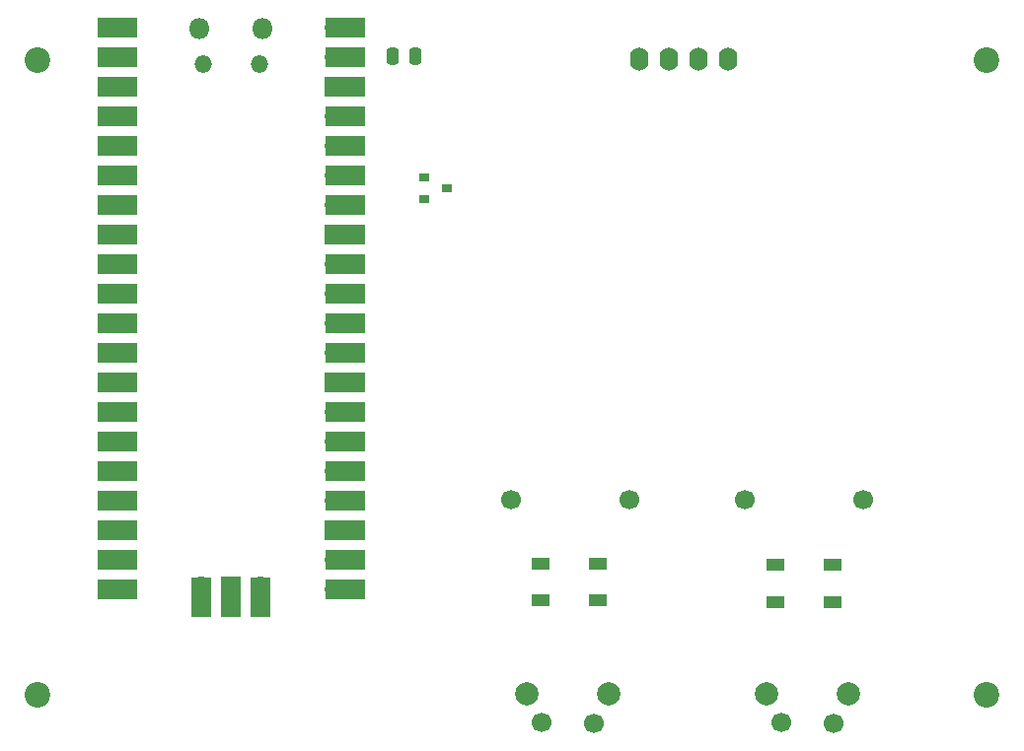
<source format=gbr>
%TF.GenerationSoftware,KiCad,Pcbnew,(7.0.0-0)*%
%TF.CreationDate,2023-02-23T00:37:51-06:00*%
%TF.ProjectId,first_keeb,66697273-745f-46b6-9565-622e6b696361,rev?*%
%TF.SameCoordinates,Original*%
%TF.FileFunction,Soldermask,Top*%
%TF.FilePolarity,Negative*%
%FSLAX46Y46*%
G04 Gerber Fmt 4.6, Leading zero omitted, Abs format (unit mm)*
G04 Created by KiCad (PCBNEW (7.0.0-0)) date 2023-02-23 00:37:51*
%MOMM*%
%LPD*%
G01*
G04 APERTURE LIST*
G04 Aperture macros list*
%AMRoundRect*
0 Rectangle with rounded corners*
0 $1 Rounding radius*
0 $2 $3 $4 $5 $6 $7 $8 $9 X,Y pos of 4 corners*
0 Add a 4 corners polygon primitive as box body*
4,1,4,$2,$3,$4,$5,$6,$7,$8,$9,$2,$3,0*
0 Add four circle primitives for the rounded corners*
1,1,$1+$1,$2,$3*
1,1,$1+$1,$4,$5*
1,1,$1+$1,$6,$7*
1,1,$1+$1,$8,$9*
0 Add four rect primitives between the rounded corners*
20,1,$1+$1,$2,$3,$4,$5,0*
20,1,$1+$1,$4,$5,$6,$7,0*
20,1,$1+$1,$6,$7,$8,$9,0*
20,1,$1+$1,$8,$9,$2,$3,0*%
G04 Aperture macros list end*
%ADD10O,1.600000X2.000000*%
%ADD11C,2.200000*%
%ADD12C,1.700000*%
%ADD13C,2.000000*%
%ADD14R,0.900000X0.800000*%
%ADD15O,1.800000X1.800000*%
%ADD16O,1.500000X1.500000*%
%ADD17O,1.700000X1.700000*%
%ADD18R,3.500000X1.700000*%
%ADD19R,1.700000X1.700000*%
%ADD20R,1.700000X3.500000*%
%ADD21R,1.500000X1.000000*%
%ADD22RoundRect,0.250000X-0.250000X-0.475000X0.250000X-0.475000X0.250000X0.475000X-0.250000X0.475000X0*%
G04 APERTURE END LIST*
D10*
%TO.C,SSD1306*%
X75169999Y-70399999D03*
X77709999Y-70399999D03*
X80249999Y-70399999D03*
X82789999Y-70399999D03*
%TD*%
D11*
%TO.C,REF\u002A\u002A*%
X104970000Y-125000000D03*
%TD*%
D12*
%TO.C,REF\u002A\u002A*%
X87310000Y-127375000D03*
X91800000Y-127425000D03*
D13*
X86050000Y-124885000D03*
X93060000Y-124885000D03*
%TD*%
D11*
%TO.C,REF\u002A\u002A*%
X23470000Y-70500000D03*
%TD*%
D14*
%TO.C,SHUNT*%
X56649999Y-80534999D03*
X56649999Y-82434999D03*
X58649999Y-81484999D03*
%TD*%
D15*
%TO.C,U1*%
X37384999Y-67769999D03*
D16*
X37684999Y-70799999D03*
X42534999Y-70799999D03*
D15*
X42834999Y-67769999D03*
D17*
X31219999Y-67639999D03*
D18*
X30319999Y-67639999D03*
D17*
X31219999Y-70179999D03*
D18*
X30319999Y-70179999D03*
D19*
X31219999Y-72719999D03*
D18*
X30319999Y-72719999D03*
D17*
X31219999Y-75259999D03*
D18*
X30319999Y-75259999D03*
D17*
X31219999Y-77799999D03*
D18*
X30319999Y-77799999D03*
D17*
X31219999Y-80339999D03*
D18*
X30319999Y-80339999D03*
D17*
X31219999Y-82879999D03*
D18*
X30319999Y-82879999D03*
D19*
X31219999Y-85419999D03*
D18*
X30319999Y-85419999D03*
D17*
X31219999Y-87959999D03*
D18*
X30319999Y-87959999D03*
D17*
X31219999Y-90499999D03*
D18*
X30319999Y-90499999D03*
D17*
X31219999Y-93039999D03*
D18*
X30319999Y-93039999D03*
D17*
X31219999Y-95579999D03*
D18*
X30319999Y-95579999D03*
D19*
X31219999Y-98119999D03*
D18*
X30319999Y-98119999D03*
D17*
X31219999Y-100659999D03*
D18*
X30319999Y-100659999D03*
D17*
X31219999Y-103199999D03*
D18*
X30319999Y-103199999D03*
D17*
X31219999Y-105739999D03*
D18*
X30319999Y-105739999D03*
D17*
X31219999Y-108279999D03*
D18*
X30319999Y-108279999D03*
D19*
X31219999Y-110819999D03*
D18*
X30319999Y-110819999D03*
D17*
X31219999Y-113359999D03*
D18*
X30319999Y-113359999D03*
D17*
X31219999Y-115899999D03*
D18*
X30319999Y-115899999D03*
D17*
X48999999Y-115899999D03*
D18*
X49899999Y-115899999D03*
D17*
X48999999Y-113359999D03*
D18*
X49899999Y-113359999D03*
D19*
X48999999Y-110819999D03*
D18*
X49899999Y-110819999D03*
D17*
X48999999Y-108279999D03*
D18*
X49899999Y-108279999D03*
D17*
X48999999Y-105739999D03*
D18*
X49899999Y-105739999D03*
D17*
X48999999Y-103199999D03*
D18*
X49899999Y-103199999D03*
D17*
X48999999Y-100659999D03*
D18*
X49899999Y-100659999D03*
D19*
X48999999Y-98119999D03*
D18*
X49899999Y-98119999D03*
D17*
X48999999Y-95579999D03*
D18*
X49899999Y-95579999D03*
D17*
X48999999Y-93039999D03*
D18*
X49899999Y-93039999D03*
D17*
X48999999Y-90499999D03*
D18*
X49899999Y-90499999D03*
D17*
X48999999Y-87959999D03*
D18*
X49899999Y-87959999D03*
D19*
X48999999Y-85419999D03*
D18*
X49899999Y-85419999D03*
D17*
X48999999Y-82879999D03*
D18*
X49899999Y-82879999D03*
D17*
X48999999Y-80339999D03*
D18*
X49899999Y-80339999D03*
D17*
X48999999Y-77799999D03*
D18*
X49899999Y-77799999D03*
D17*
X48999999Y-75259999D03*
D18*
X49899999Y-75259999D03*
D19*
X48999999Y-72719999D03*
D18*
X49899999Y-72719999D03*
D17*
X48999999Y-70179999D03*
D18*
X49899999Y-70179999D03*
D17*
X48999999Y-67639999D03*
D18*
X49899999Y-67639999D03*
D17*
X37569999Y-115669999D03*
D20*
X37569999Y-116569999D03*
D19*
X40109999Y-115669999D03*
D20*
X40109999Y-116569999D03*
D17*
X42649999Y-115669999D03*
D20*
X42649999Y-116569999D03*
%TD*%
D12*
%TO.C,REF\u002A\u002A*%
X64170000Y-108195000D03*
X74330000Y-108195000D03*
%TD*%
D11*
%TO.C,REF\u002A\u002A*%
X104970000Y-70500000D03*
%TD*%
D12*
%TO.C,REF\u002A\u002A*%
X84170000Y-108195000D03*
X94330000Y-108195000D03*
%TD*%
%TO.C,REF\u002A\u002A*%
X66740000Y-127375000D03*
X71230000Y-127425000D03*
D13*
X65480000Y-124885000D03*
X72490000Y-124885000D03*
%TD*%
D21*
%TO.C,REF\u002A\u002A*%
X86849999Y-113804999D03*
X86849999Y-117004999D03*
X91749999Y-117004999D03*
X91749999Y-113804999D03*
%TD*%
%TO.C,REF\u002A\u002A*%
X66699999Y-113694999D03*
X66699999Y-116894999D03*
X71599999Y-116894999D03*
X71599999Y-113694999D03*
%TD*%
D22*
%TO.C,10uF*%
X54010000Y-70115000D03*
X55910000Y-70115000D03*
%TD*%
D11*
%TO.C,REF\u002A\u002A*%
X23470000Y-125000000D03*
%TD*%
M02*

</source>
